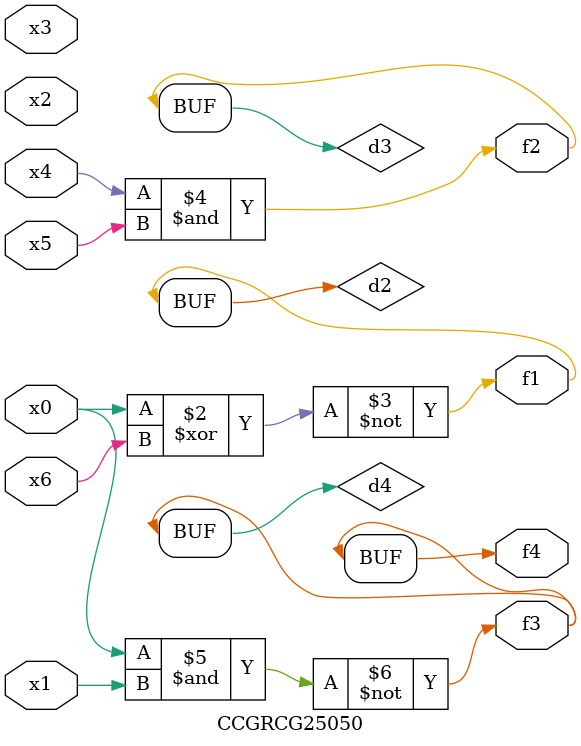
<source format=v>
module CCGRCG25050(
	input x0, x1, x2, x3, x4, x5, x6,
	output f1, f2, f3, f4
);

	wire d1, d2, d3, d4;

	nor (d1, x0);
	xnor (d2, x0, x6);
	and (d3, x4, x5);
	nand (d4, x0, x1);
	assign f1 = d2;
	assign f2 = d3;
	assign f3 = d4;
	assign f4 = d4;
endmodule

</source>
